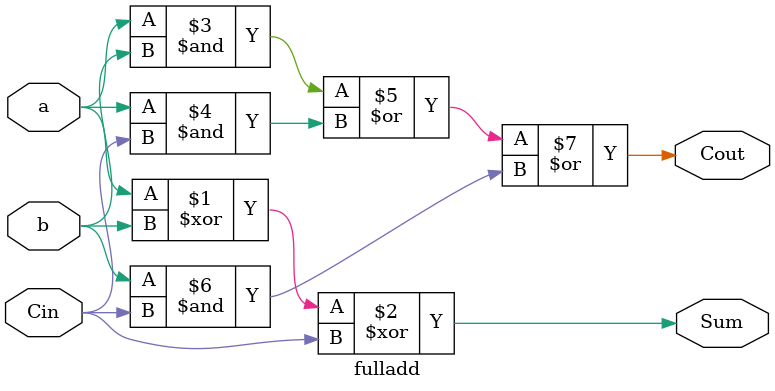
<source format=v>
module lab2q2(Cin,a,b,s,Cout);
input Cin;
input [3:0] a,b;
output [3:0] s;
output Cout;
wire[3:1] c;
fulladd stage0(Cin,a[0],b[0]^Cin,s[0],c[1]);
fulladd stage1(c[1],a[1],b[1]^Cin,s[1],c[2]);
fulladd stage2(c[2],a[2],b[2]^Cin,s[2],c[3]);
fulladd stage3(c[3],a[3],b[3]^Cin,s[3],Cout);
endmodule

module fulladd(Cin,a,b,Sum,Cout);
input a,b,Cin;
output Cout,Sum;
assign Sum = a^b^Cin;
assign Cout = (a&b)|(a&Cin)|(b&Cin);
endmodule
</source>
